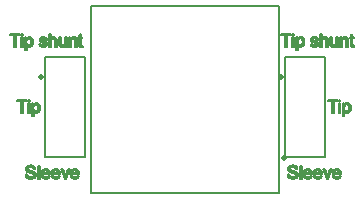
<source format=gto>
%FSLAX33Y33*%
%MOMM*%
%ADD10C,0.15*%
%ADD11C,0.5*%
%ADD12C,0.2032*%
D10*
%LNtop silkscreen_traces*%
%LNtop silkscreen component 6f57667d5efb9778*%
G01*
X3614Y11982D02*
X7004Y11982D01*
X3614Y11982D02*
X3614Y3512D01*
X7004Y3512*
X7004Y11982*
D11*
X3289Y10287D03*
%LNtop silkscreen component cc9a2f13d63439af*%
D10*
X7519Y0397D02*
X7519Y16297D01*
X23419Y16297*
X23419Y0397*
X7519Y0397*
D11*
X23869Y3422D03*
%LNtop silkscreen component 4c9a1d35790a009b*%
D10*
X23934Y11982D02*
X27324Y11982D01*
X23934Y11982D02*
X23934Y3512D01*
X27324Y3512*
X27324Y11982*
D11*
X23609Y10287D03*
%LNtext*%
D12*
X24136Y13789D02*
X24136Y13789D01*
X24136Y13790*
X24497Y13790*
X24497Y13917*
X23633Y13917*
X23633Y13790*
X23992Y13790*
X23992Y13789*
X23992Y12828*
X24136Y12828*
X24136Y13789*
X24706Y13917D02*
X24706Y13917D01*
X24573Y13917*
X24573Y13764*
X24706Y13764*
X24706Y13917*
X24706Y13617D02*
X24706Y13617D01*
X24573Y13617*
X24573Y12828*
X24706Y12828*
X24706Y13617*
X25043Y12909D02*
X25043Y12909D01*
X25044Y12909*
X25063Y12889*
X25083Y12870*
X25106Y12853*
X25132Y12838*
X25159Y12826*
X25188Y12817*
X25219Y12811*
X25251Y12810*
X25297Y12813*
X25341Y12823*
X25384Y12839*
X25426Y12861*
X25465Y12890*
X25499Y12924*
X25528Y12964*
X25552Y13010*
X25571Y13060*
X25585Y13113*
X25593Y13169*
X25596Y13228*
X25593Y13283*
X25586Y13337*
X25573Y13387*
X25556Y13436*
X25534Y13481*
X25507Y13520*
X25476Y13554*
X25439Y13583*
X25399Y13605*
X25356Y13622*
X25310Y13631*
X25261Y13635*
X25224Y13633*
X25190Y13627*
X25158Y13618*
X25130Y13605*
X25103Y13588*
X25078Y13567*
X25055Y13543*
X25032Y13514*
X25031Y13514*
X25031Y13617*
X24910Y13617*
X24910Y12525*
X25043Y12525*
X25043Y12909*
X25031Y13218D02*
X25031Y13218D01*
X25035Y13146*
X25047Y13085*
X25066Y13034*
X25093Y12992*
X25125Y12960*
X25161Y12938*
X25200Y12924*
X25243Y12919*
X25286Y12924*
X25325Y12938*
X25362Y12962*
X25395Y12995*
X25423Y13038*
X25443Y13091*
X25455Y13155*
X25459Y13229*
X25455Y13300*
X25444Y13361*
X25424Y13413*
X25397Y13455*
X25364Y13488*
X25329Y13511*
X25290Y13526*
X25249Y13530*
X25207Y13525*
X25168Y13510*
X25131Y13485*
X25097Y13450*
X25068Y13406*
X25048Y13352*
X25035Y13289*
X25031Y13218*
X26510Y12812D02*
X26510Y12812D01*
X26553Y12818*
X26594Y12828*
X26632Y12842*
X26666Y12860*
X26697Y12881*
X26723Y12905*
X26744Y12933*
X26761Y12963*
X26773Y12994*
X26781Y13026*
X26783Y13059*
X26781Y13092*
X26775Y13122*
X26765Y13149*
X26751Y13173*
X26734Y13195*
X26713Y13214*
X26690Y13230*
X26663Y13244*
X26630Y13257*
X26586Y13271*
X26531Y13288*
X26465Y13306*
X26465Y13306*
X26421Y13318*
X26421Y13318*
X26386Y13328*
X26386Y13328*
X26362Y13335*
X26362Y13335*
X26347Y13340*
X26347Y13340*
X26330Y13348*
X26330Y13348*
X26316Y13356*
X26316Y13356*
X26305Y13365*
X26304Y13365*
X26295Y13376*
X26295Y13376*
X26288Y13387*
X26288Y13387*
X26283Y13398*
X26283Y13398*
X26280Y13410*
X26280Y13410*
X26279Y13423*
X26279Y13423*
X26281Y13443*
X26281Y13443*
X26289Y13462*
X26289Y13462*
X26301Y13479*
X26301Y13479*
X26318Y13495*
X26318Y13495*
X26341Y13508*
X26341Y13508*
X26371Y13518*
X26371Y13518*
X26407Y13524*
X26407Y13524*
X26450Y13526*
X26450Y13526*
X26487Y13523*
X26487Y13523*
X26520Y13517*
X26520Y13517*
X26548Y13506*
X26548Y13506*
X26572Y13491*
X26572Y13491*
X26591Y13472*
X26591Y13472*
X26606Y13450*
X26606Y13450*
X26617Y13425*
X26617Y13424*
X26623Y13396*
X26753Y13414*
X26746Y13450*
X26736Y13482*
X26723Y13511*
X26707Y13535*
X26688Y13557*
X26665Y13576*
X26637Y13593*
X26604Y13608*
X26567Y13620*
X26528Y13628*
X26486Y13633*
X26441Y13635*
X26410Y13634*
X26381Y13631*
X26352Y13626*
X26325Y13619*
X26300Y13610*
X26277Y13601*
X26257Y13591*
X26240Y13580*
X26220Y13564*
X26203Y13546*
X26187Y13527*
X26174Y13505*
X26164Y13482*
X26156Y13458*
X26152Y13433*
X26150Y13407*
X26152Y13379*
X26157Y13352*
X26167Y13326*
X26179Y13302*
X26196Y13279*
X26216Y13259*
X26239Y13242*
X26266Y13227*
X26300Y13212*
X26345Y13197*
X26402Y13180*
X26470Y13162*
X26470Y13162*
X26519Y13149*
X26519Y13149*
X26559Y13137*
X26559Y13137*
X26588Y13126*
X26588Y13126*
X26607Y13117*
X26607Y13117*
X26624Y13103*
X26624Y13103*
X26637Y13086*
X26637Y13086*
X26644Y13067*
X26644Y13067*
X26647Y13045*
X26647Y13045*
X26644Y13020*
X26644Y13020*
X26635Y12997*
X26635Y12997*
X26621Y12976*
X26621Y12976*
X26602Y12956*
X26602Y12956*
X26576Y12940*
X26576Y12940*
X26545Y12928*
X26545Y12928*
X26508Y12921*
X26508Y12921*
X26464Y12919*
X26464Y12919*
X26421Y12921*
X26421Y12921*
X26383Y12929*
X26383Y12929*
X26350Y12943*
X26350Y12943*
X26322Y12961*
X26322Y12961*
X26299Y12985*
X26299Y12985*
X26280Y13013*
X26280Y13013*
X26267Y13046*
X26267Y13046*
X26259Y13083*
X26128Y13062*
X26143Y13004*
X26165Y12953*
X26194Y12909*
X26231Y12874*
X26276Y12846*
X26330Y12826*
X26393Y12814*
X26465Y12810*
X26510Y12812*
X27076Y13259D02*
X27076Y13259D01*
X27076Y13259*
X27078Y13303*
X27078Y13303*
X27082Y13342*
X27082Y13342*
X27089Y13376*
X27089Y13376*
X27099Y13405*
X27099Y13405*
X27112Y13430*
X27112Y13431*
X27129Y13453*
X27129Y13453*
X27149Y13472*
X27149Y13473*
X27174Y13489*
X27174Y13489*
X27200Y13503*
X27201Y13503*
X27228Y13513*
X27228Y13513*
X27257Y13518*
X27257Y13518*
X27286Y13520*
X27286Y13520*
X27324Y13517*
X27324Y13517*
X27357Y13509*
X27357Y13509*
X27385Y13494*
X27385Y13494*
X27410Y13474*
X27410Y13474*
X27429Y13448*
X27429Y13448*
X27442Y13415*
X27442Y13415*
X27450Y13375*
X27450Y13375*
X27453Y13328*
X27453Y13328*
X27453Y12828*
X27586Y12828*
X27586Y13328*
X27584Y13382*
X27579Y13430*
X27570Y13471*
X27558Y13505*
X27542Y13533*
X27521Y13559*
X27496Y13581*
X27466Y13600*
X27432Y13615*
X27395Y13626*
X27356Y13632*
X27314Y13635*
X27245Y13628*
X27183Y13608*
X27127Y13574*
X27077Y13526*
X27076Y13526*
X27076Y13917*
X26943Y13917*
X26943Y12828*
X27076Y12828*
X27076Y13259*
X28133Y12818D02*
X28133Y12818D01*
X28199Y12843*
X28258Y12885*
X28308Y12944*
X28309Y12943*
X28309Y12828*
X28428Y12828*
X28428Y13617*
X28295Y13617*
X28295Y13194*
X28295Y13194*
X28293Y13146*
X28293Y13146*
X28289Y13105*
X28289Y13105*
X28282Y13069*
X28282Y13069*
X28273Y13039*
X28273Y13039*
X28260Y13014*
X28260Y13014*
X28243Y12992*
X28243Y12991*
X28222Y12972*
X28222Y12972*
X28198Y12955*
X28198Y12955*
X28171Y12941*
X28171Y12941*
X28143Y12932*
X28143Y12932*
X28114Y12926*
X28114Y12926*
X28084Y12924*
X28084Y12924*
X28055Y12926*
X28055Y12926*
X28029Y12932*
X28029Y12932*
X28005Y12941*
X28005Y12941*
X27983Y12954*
X27983Y12954*
X27964Y12971*
X27964Y12971*
X27949Y12990*
X27949Y12990*
X27937Y13012*
X27937Y13012*
X27929Y13037*
X27929Y13037*
X27926Y13060*
X27926Y13060*
X27923Y13091*
X27923Y13091*
X27922Y13131*
X27922Y13131*
X27921Y13179*
X27921Y13179*
X27921Y13617*
X27788Y13617*
X27788Y13128*
X27789Y13088*
X27790Y13054*
X27793Y13025*
X27796Y13003*
X27803Y12975*
X27812Y12949*
X27824Y12925*
X27837Y12904*
X27854Y12884*
X27875Y12867*
X27899Y12851*
X27927Y12836*
X27958Y12825*
X27990Y12816*
X28023Y12811*
X28058Y12810*
X28133Y12818*
X28772Y13259D02*
X28772Y13259D01*
X28772Y13259*
X28775Y13328*
X28775Y13328*
X28787Y13386*
X28787Y13386*
X28807Y13432*
X28807Y13432*
X28834Y13465*
X28834Y13465*
X28866Y13489*
X28867Y13489*
X28902Y13506*
X28902Y13506*
X28940Y13516*
X28941Y13516*
X28982Y13520*
X28982Y13520*
X29008Y13518*
X29008Y13518*
X29032Y13514*
X29032Y13513*
X29055Y13506*
X29055Y13506*
X29076Y13495*
X29076Y13495*
X29094Y13482*
X29094Y13482*
X29109Y13467*
X29109Y13467*
X29122Y13450*
X29122Y13450*
X29131Y13430*
X29131Y13430*
X29138Y13407*
X29138Y13407*
X29143Y13379*
X29143Y13379*
X29146Y13346*
X29146Y13346*
X29147Y13308*
X29147Y13308*
X29147Y12828*
X29280Y12828*
X29280Y13313*
X29279Y13356*
X29278Y13392*
X29276Y13421*
X29272Y13443*
X29265Y13471*
X29256Y13496*
X29245Y13520*
X29231Y13542*
X29214Y13562*
X29194Y13579*
X29169Y13595*
X29141Y13609*
X29111Y13620*
X29079Y13628*
X29045Y13633*
X29010Y13635*
X28933Y13626*
X28865Y13602*
X28807Y13562*
X28759Y13504*
X28758Y13505*
X28758Y13617*
X28639Y13617*
X28639Y12828*
X28772Y12828*
X28772Y13259*
X29719Y12818D02*
X29719Y12818D01*
X29744Y12820*
X29770Y12824*
X29797Y12829*
X29778Y12946*
X29761Y12944*
X29761Y12944*
X29745Y12942*
X29745Y12942*
X29731Y12941*
X29731Y12941*
X29719Y12941*
X29719Y12941*
X29705Y12942*
X29705Y12942*
X29693Y12944*
X29693Y12944*
X29682Y12947*
X29682Y12947*
X29673Y12951*
X29673Y12951*
X29666Y12956*
X29666Y12956*
X29659Y12962*
X29659Y12962*
X29654Y12969*
X29654Y12969*
X29650Y12977*
X29650Y12977*
X29647Y12988*
X29647Y12988*
X29645Y13004*
X29645Y13004*
X29643Y13025*
X29643Y13025*
X29643Y13051*
X29643Y13051*
X29643Y13513*
X29643Y13514*
X29778Y13514*
X29778Y13617*
X29643Y13617*
X29643Y13617*
X29643Y13892*
X29511Y13813*
X29511Y13617*
X29510Y13617*
X29413Y13617*
X29413Y13514*
X29510Y13514*
X29511Y13513*
X29511Y13058*
X29512Y13003*
X29515Y12959*
X29520Y12924*
X29527Y12900*
X29537Y12883*
X29549Y12867*
X29565Y12852*
X29583Y12840*
X29606Y12830*
X29632Y12823*
X29662Y12819*
X29696Y12817*
X29719Y12818*
X1160Y13789D02*
X1160Y13789D01*
X1160Y13790*
X1520Y13790*
X1520Y13917*
X0657Y13917*
X0657Y13790*
X1016Y13790*
X1016Y13789*
X1016Y12828*
X1160Y12828*
X1160Y13789*
X1729Y13917D02*
X1729Y13917D01*
X1597Y13917*
X1597Y13764*
X1729Y13764*
X1729Y13917*
X1729Y13617D02*
X1729Y13617D01*
X1597Y13617*
X1597Y12828*
X1729Y12828*
X1729Y13617*
X2067Y12909D02*
X2067Y12909D01*
X2068Y12909*
X2086Y12889*
X2107Y12870*
X2130Y12853*
X2155Y12838*
X2183Y12826*
X2212Y12817*
X2243Y12811*
X2275Y12810*
X2321Y12813*
X2365Y12823*
X2408Y12839*
X2450Y12861*
X2489Y12890*
X2523Y12924*
X2552Y12964*
X2576Y13010*
X2595Y13060*
X2609Y13113*
X2617Y13169*
X2619Y13228*
X2617Y13283*
X2610Y13337*
X2597Y13387*
X2580Y13436*
X2558Y13481*
X2531Y13520*
X2500Y13554*
X2463Y13583*
X2423Y13605*
X2380Y13622*
X2334Y13631*
X2285Y13635*
X2248Y13633*
X2214Y13627*
X2182Y13618*
X2154Y13605*
X2127Y13588*
X2102Y13567*
X2079Y13543*
X2056Y13514*
X2055Y13514*
X2055Y13617*
X1934Y13617*
X1934Y12525*
X2067Y12525*
X2067Y12909*
X2055Y13218D02*
X2055Y13218D01*
X2059Y13146*
X2071Y13085*
X2090Y13034*
X2117Y12992*
X2149Y12960*
X2185Y12938*
X2224Y12924*
X2266Y12919*
X2310Y12924*
X2349Y12938*
X2386Y12962*
X2419Y12995*
X2447Y13038*
X2467Y13091*
X2479Y13155*
X2483Y13229*
X2479Y13300*
X2467Y13361*
X2448Y13413*
X2421Y13455*
X2388Y13488*
X2353Y13511*
X2314Y13526*
X2272Y13530*
X2231Y13525*
X2192Y13510*
X2155Y13485*
X2121Y13450*
X2092Y13406*
X2072Y13352*
X2059Y13289*
X2055Y13218*
X3534Y12812D02*
X3534Y12812D01*
X3577Y12818*
X3618Y12828*
X3656Y12842*
X3690Y12860*
X3720Y12881*
X3746Y12905*
X3768Y12933*
X3785Y12963*
X3797Y12994*
X3805Y13026*
X3807Y13059*
X3805Y13092*
X3799Y13122*
X3789Y13149*
X3775Y13173*
X3758Y13195*
X3737Y13214*
X3714Y13230*
X3687Y13244*
X3654Y13257*
X3610Y13271*
X3555Y13288*
X3489Y13306*
X3489Y13306*
X3445Y13318*
X3445Y13318*
X3410Y13328*
X3410Y13328*
X3386Y13335*
X3386Y13335*
X3371Y13340*
X3371Y13340*
X3354Y13348*
X3354Y13348*
X3340Y13356*
X3340Y13356*
X3328Y13365*
X3328Y13365*
X3319Y13376*
X3319Y13376*
X3312Y13387*
X3312Y13387*
X3307Y13398*
X3307Y13398*
X3304Y13410*
X3304Y13410*
X3303Y13423*
X3303Y13423*
X3305Y13443*
X3305Y13443*
X3312Y13462*
X3313Y13462*
X3325Y13479*
X3325Y13479*
X3342Y13495*
X3342Y13495*
X3365Y13508*
X3365Y13508*
X3395Y13518*
X3395Y13518*
X3431Y13524*
X3431Y13524*
X3474Y13526*
X3474Y13526*
X3511Y13523*
X3511Y13523*
X3544Y13517*
X3544Y13517*
X3572Y13506*
X3572Y13506*
X3595Y13491*
X3595Y13491*
X3615Y13472*
X3615Y13472*
X3630Y13450*
X3630Y13450*
X3641Y13425*
X3641Y13424*
X3647Y13396*
X3777Y13414*
X3770Y13450*
X3760Y13482*
X3747Y13511*
X3731Y13535*
X3712Y13557*
X3689Y13576*
X3661Y13593*
X3628Y13608*
X3591Y13620*
X3552Y13628*
X3510Y13633*
X3465Y13635*
X3434Y13634*
X3405Y13631*
X3376Y13626*
X3349Y13619*
X3323Y13610*
X3301Y13601*
X3281Y13591*
X3264Y13580*
X3244Y13564*
X3227Y13546*
X3211Y13527*
X3198Y13505*
X3188Y13482*
X3180Y13458*
X3176Y13433*
X3174Y13407*
X3176Y13379*
X3181Y13352*
X3191Y13326*
X3203Y13302*
X3220Y13279*
X3240Y13259*
X3263Y13242*
X3290Y13227*
X3324Y13212*
X3369Y13197*
X3426Y13180*
X3494Y13162*
X3494Y13162*
X3543Y13149*
X3543Y13149*
X3583Y13137*
X3583Y13137*
X3612Y13126*
X3612Y13126*
X3631Y13117*
X3631Y13117*
X3648Y13103*
X3648Y13103*
X3661Y13086*
X3661Y13086*
X3668Y13067*
X3668Y13067*
X3670Y13045*
X3670Y13045*
X3668Y13020*
X3668Y13020*
X3659Y12997*
X3659Y12997*
X3645Y12976*
X3645Y12976*
X3626Y12956*
X3626Y12956*
X3600Y12940*
X3600Y12940*
X3569Y12928*
X3569Y12928*
X3532Y12921*
X3532Y12921*
X3488Y12919*
X3488Y12919*
X3445Y12921*
X3445Y12921*
X3407Y12929*
X3407Y12929*
X3374Y12943*
X3374Y12943*
X3346Y12961*
X3346Y12961*
X3322Y12985*
X3322Y12985*
X3304Y13013*
X3304Y13013*
X3291Y13046*
X3291Y13046*
X3283Y13083*
X3152Y13062*
X3167Y13004*
X3189Y12953*
X3218Y12909*
X3255Y12874*
X3300Y12846*
X3354Y12826*
X3417Y12814*
X3489Y12810*
X3534Y12812*
X4100Y13259D02*
X4100Y13259D01*
X4100Y13259*
X4102Y13303*
X4102Y13303*
X4106Y13342*
X4106Y13342*
X4113Y13376*
X4113Y13376*
X4123Y13405*
X4123Y13405*
X4136Y13430*
X4136Y13431*
X4153Y13453*
X4153Y13453*
X4173Y13472*
X4173Y13473*
X4198Y13489*
X4198Y13489*
X4224Y13503*
X4224Y13503*
X4252Y13513*
X4252Y13513*
X4281Y13518*
X4281Y13518*
X4310Y13520*
X4310Y13520*
X4348Y13517*
X4348Y13517*
X4381Y13509*
X4381Y13509*
X4409Y13494*
X4409Y13494*
X4433Y13474*
X4433Y13474*
X4453Y13448*
X4453Y13448*
X4466Y13415*
X4466Y13415*
X4474Y13375*
X4474Y13375*
X4477Y13328*
X4477Y13328*
X4477Y12828*
X4610Y12828*
X4610Y13328*
X4608Y13382*
X4603Y13430*
X4594Y13471*
X4582Y13505*
X4566Y13533*
X4545Y13559*
X4520Y13581*
X4490Y13600*
X4456Y13615*
X4419Y13626*
X4380Y13632*
X4337Y13635*
X4269Y13628*
X4207Y13608*
X4151Y13574*
X4101Y13526*
X4100Y13526*
X4100Y13917*
X3967Y13917*
X3967Y12828*
X4100Y12828*
X4100Y13259*
X5157Y12818D02*
X5157Y12818D01*
X5223Y12843*
X5282Y12885*
X5332Y12944*
X5333Y12943*
X5333Y12828*
X5452Y12828*
X5452Y13617*
X5319Y13617*
X5319Y13194*
X5319Y13194*
X5317Y13146*
X5317Y13146*
X5313Y13105*
X5313Y13105*
X5306Y13069*
X5306Y13069*
X5297Y13039*
X5297Y13039*
X5284Y13014*
X5284Y13014*
X5267Y12992*
X5267Y12991*
X5246Y12972*
X5246Y12972*
X5222Y12955*
X5222Y12955*
X5195Y12941*
X5195Y12941*
X5167Y12932*
X5167Y12932*
X5138Y12926*
X5138Y12926*
X5108Y12924*
X5108Y12924*
X5079Y12926*
X5079Y12926*
X5053Y12932*
X5053Y12932*
X5029Y12941*
X5029Y12941*
X5007Y12954*
X5007Y12954*
X4988Y12971*
X4988Y12971*
X4973Y12990*
X4973Y12990*
X4961Y13012*
X4961Y13012*
X4953Y13037*
X4953Y13037*
X4950Y13060*
X4950Y13060*
X4947Y13091*
X4947Y13091*
X4945Y13131*
X4945Y13131*
X4945Y13179*
X4945Y13179*
X4945Y13617*
X4812Y13617*
X4812Y13128*
X4813Y13088*
X4814Y13054*
X4817Y13025*
X4820Y13003*
X4827Y12975*
X4836Y12949*
X4848Y12925*
X4861Y12904*
X4878Y12884*
X4899Y12867*
X4923Y12851*
X4951Y12836*
X4982Y12825*
X5014Y12816*
X5047Y12811*
X5082Y12810*
X5157Y12818*
X5796Y13259D02*
X5796Y13259D01*
X5796Y13259*
X5799Y13328*
X5799Y13328*
X5811Y13386*
X5811Y13386*
X5831Y13432*
X5831Y13432*
X5858Y13465*
X5858Y13465*
X5890Y13489*
X5890Y13489*
X5926Y13506*
X5926Y13506*
X5964Y13516*
X5964Y13516*
X6006Y13520*
X6006Y13520*
X6032Y13518*
X6032Y13518*
X6056Y13514*
X6056Y13513*
X6079Y13506*
X6079Y13506*
X6099Y13495*
X6100Y13495*
X6118Y13482*
X6118Y13482*
X6133Y13467*
X6133Y13467*
X6146Y13450*
X6146Y13450*
X6155Y13430*
X6155Y13430*
X6162Y13407*
X6162Y13407*
X6167Y13379*
X6167Y13379*
X6170Y13346*
X6170Y13346*
X6171Y13308*
X6171Y13308*
X6171Y12828*
X6304Y12828*
X6304Y13313*
X6303Y13356*
X6302Y13392*
X6300Y13421*
X6296Y13443*
X6289Y13471*
X6280Y13496*
X6268Y13520*
X6255Y13542*
X6238Y13562*
X6218Y13579*
X6193Y13595*
X6165Y13609*
X6135Y13620*
X6103Y13628*
X6069Y13633*
X6034Y13635*
X5957Y13626*
X5889Y13602*
X5831Y13562*
X5783Y13504*
X5782Y13505*
X5782Y13617*
X5663Y13617*
X5663Y12828*
X5796Y12828*
X5796Y13259*
X6743Y12818D02*
X6743Y12818D01*
X6768Y12820*
X6794Y12824*
X6821Y12829*
X6802Y12946*
X6785Y12944*
X6785Y12944*
X6769Y12942*
X6769Y12942*
X6755Y12941*
X6755Y12941*
X6743Y12941*
X6743Y12941*
X6729Y12942*
X6729Y12942*
X6717Y12944*
X6717Y12944*
X6706Y12947*
X6706Y12947*
X6697Y12951*
X6697Y12951*
X6690Y12956*
X6690Y12956*
X6683Y12962*
X6683Y12962*
X6678Y12969*
X6678Y12969*
X6674Y12977*
X6674Y12977*
X6671Y12988*
X6671Y12988*
X6669Y13004*
X6669Y13004*
X6667Y13025*
X6667Y13025*
X6667Y13051*
X6667Y13051*
X6667Y13513*
X6667Y13514*
X6802Y13514*
X6802Y13617*
X6667Y13617*
X6667Y13617*
X6667Y13892*
X6535Y13813*
X6535Y13617*
X6534Y13617*
X6436Y13617*
X6436Y13514*
X6534Y13514*
X6535Y13513*
X6535Y13058*
X6536Y13003*
X6539Y12959*
X6544Y12924*
X6551Y12900*
X6561Y12883*
X6573Y12867*
X6589Y12852*
X6607Y12840*
X6629Y12830*
X6656Y12823*
X6686Y12819*
X6720Y12817*
X6743Y12818*
X24695Y1636D02*
X24695Y1636D01*
X24749Y1644*
X24800Y1657*
X24848Y1676*
X24892Y1699*
X24931Y1727*
X24964Y1759*
X24991Y1795*
X25013Y1834*
X25029Y1875*
X25038Y1916*
X25041Y1959*
X25038Y2002*
X25030Y2042*
X25015Y2079*
X24996Y2114*
X24970Y2146*
X24938Y2175*
X24900Y2202*
X24855Y2225*
X24816Y2241*
X24762Y2257*
X24695Y2275*
X24614Y2295*
X24614Y2295*
X24534Y2314*
X24534Y2314*
X24471Y2334*
X24471Y2334*
X24425Y2353*
X24425Y2353*
X24396Y2372*
X24396Y2372*
X24377Y2393*
X24377Y2393*
X24364Y2416*
X24364Y2416*
X24356Y2441*
X24356Y2441*
X24353Y2470*
X24353Y2470*
X24357Y2502*
X24357Y2502*
X24368Y2533*
X24368Y2533*
X24387Y2560*
X24387Y2560*
X24413Y2586*
X24414Y2586*
X24448Y2607*
X24448Y2607*
X24491Y2622*
X24491Y2622*
X24544Y2631*
X24544Y2631*
X24605Y2634*
X24605Y2634*
X24664Y2630*
X24664Y2630*
X24715Y2621*
X24715Y2621*
X24759Y2604*
X24759Y2604*
X24795Y2581*
X24795Y2581*
X24824Y2551*
X24824Y2551*
X24846Y2515*
X24846Y2515*
X24862Y2473*
X24862Y2473*
X24871Y2425*
X25008Y2435*
X25003Y2481*
X24993Y2525*
X24977Y2567*
X24955Y2606*
X24927Y2642*
X24894Y2673*
X24856Y2699*
X24812Y2721*
X24764Y2738*
X24713Y2750*
X24658Y2758*
X24599Y2760*
X24545Y2758*
X24494Y2751*
X24445Y2739*
X24399Y2723*
X24356Y2702*
X24320Y2677*
X24288Y2648*
X24262Y2614*
X24242Y2577*
X24227Y2540*
X24218Y2500*
X24215Y2460*
X24218Y2423*
X24225Y2388*
X24237Y2356*
X24253Y2324*
X24275Y2295*
X24302Y2269*
X24333Y2245*
X24370Y2223*
X24405Y2207*
X24452Y2190*
X24511Y2173*
X24580Y2155*
X24649Y2138*
X24649Y2138*
X24704Y2124*
X24704Y2124*
X24746Y2111*
X24746Y2111*
X24774Y2102*
X24775Y2102*
X24806Y2088*
X24806Y2088*
X24833Y2073*
X24833Y2073*
X24856Y2056*
X24856Y2056*
X24873Y2037*
X24873Y2037*
X24886Y2017*
X24886Y2017*
X24895Y1995*
X24895Y1995*
X24901Y1972*
X24901Y1972*
X24903Y1947*
X24903Y1947*
X24901Y1922*
X24901Y1922*
X24895Y1898*
X24895Y1898*
X24885Y1875*
X24885Y1875*
X24872Y1853*
X24872Y1853*
X24854Y1833*
X24854Y1833*
X24833Y1815*
X24833Y1815*
X24807Y1799*
X24807Y1799*
X24777Y1786*
X24777Y1786*
X24745Y1775*
X24745Y1775*
X24709Y1768*
X24709Y1768*
X24672Y1763*
X24672Y1763*
X24631Y1761*
X24631Y1761*
X24586Y1763*
X24586Y1763*
X24543Y1769*
X24543Y1769*
X24502Y1780*
X24502Y1780*
X24464Y1794*
X24464Y1794*
X24429Y1811*
X24429Y1811*
X24399Y1831*
X24399Y1831*
X24374Y1854*
X24374Y1854*
X24354Y1879*
X24354Y1879*
X24338Y1907*
X24338Y1907*
X24325Y1939*
X24325Y1939*
X24315Y1974*
X24315Y1974*
X24309Y2013*
X24174Y2001*
X24178Y1948*
X24190Y1898*
X24208Y1850*
X24233Y1806*
X24265Y1765*
X24301Y1730*
X24343Y1700*
X24390Y1676*
X24443Y1657*
X24502Y1644*
X24567Y1636*
X24638Y1633*
X24695Y1636*
X25352Y2741D02*
X25352Y2741D01*
X25219Y2741*
X25219Y1652*
X25352Y1652*
X25352Y2741*
X25958Y1638D02*
X25958Y1638D01*
X26017Y1650*
X26071Y1671*
X26118Y1701*
X26159Y1737*
X26192Y1781*
X26219Y1831*
X26239Y1888*
X26101Y1905*
X26085Y1866*
X26085Y1866*
X26066Y1832*
X26066Y1832*
X26044Y1804*
X26044Y1804*
X26019Y1782*
X26019Y1782*
X25991Y1765*
X25991Y1765*
X25961Y1752*
X25961Y1752*
X25928Y1745*
X25928Y1745*
X25893Y1743*
X25893Y1743*
X25845Y1747*
X25845Y1747*
X25802Y1760*
X25802Y1760*
X25762Y1782*
X25762Y1782*
X25727Y1812*
X25727Y1812*
X25698Y1851*
X25698Y1851*
X25676Y1897*
X25676Y1897*
X25661Y1950*
X25661Y1951*
X25653Y2012*
X25654Y2012*
X26243Y2012*
X26243Y2023*
X26243Y2033*
X26243Y2041*
X26243Y2048*
X26237Y2140*
X26218Y2221*
X26187Y2292*
X26143Y2351*
X26089Y2398*
X26028Y2432*
X25960Y2452*
X25885Y2459*
X25807Y2452*
X25736Y2431*
X25674Y2397*
X25619Y2349*
X25574Y2288*
X25542Y2216*
X25522Y2133*
X25516Y2039*
X25522Y1949*
X25541Y1868*
X25573Y1799*
X25617Y1740*
X25673Y1694*
X25737Y1660*
X25810Y1640*
X25892Y1634*
X25958Y1638*
X25661Y2122D02*
X25661Y2122D01*
X26103Y2122*
X26096Y2169*
X26085Y2209*
X26071Y2244*
X26052Y2272*
X26018Y2305*
X25979Y2330*
X25935Y2344*
X25886Y2349*
X25842Y2345*
X25801Y2334*
X25764Y2314*
X25731Y2287*
X25703Y2254*
X25682Y2215*
X25668Y2171*
X25661Y2122*
X26805Y1638D02*
X26805Y1638D01*
X26865Y1650*
X26918Y1671*
X26966Y1701*
X27006Y1737*
X27040Y1781*
X27067Y1831*
X27086Y1888*
X26949Y1905*
X26933Y1866*
X26933Y1866*
X26913Y1832*
X26913Y1832*
X26891Y1804*
X26891Y1804*
X26866Y1782*
X26866Y1782*
X26839Y1765*
X26839Y1765*
X26809Y1752*
X26809Y1752*
X26776Y1745*
X26776Y1745*
X26740Y1743*
X26740Y1743*
X26693Y1747*
X26693Y1747*
X26649Y1760*
X26649Y1760*
X26610Y1782*
X26610Y1782*
X26575Y1812*
X26575Y1812*
X26545Y1851*
X26545Y1851*
X26523Y1897*
X26523Y1897*
X26508Y1950*
X26508Y1951*
X26501Y2012*
X26501Y2012*
X27090Y2012*
X27091Y2023*
X27091Y2033*
X27091Y2041*
X27091Y2048*
X27085Y2140*
X27066Y2221*
X27035Y2292*
X26991Y2351*
X26937Y2398*
X26876Y2432*
X26808Y2452*
X26732Y2459*
X26654Y2452*
X26584Y2431*
X26521Y2397*
X26466Y2349*
X26421Y2288*
X26389Y2216*
X26370Y2133*
X26364Y2039*
X26370Y1949*
X26389Y1868*
X26421Y1799*
X26465Y1740*
X26520Y1694*
X26584Y1660*
X26657Y1640*
X26740Y1634*
X26805Y1638*
X26509Y2122D02*
X26509Y2122D01*
X26950Y2122*
X26944Y2169*
X26933Y2209*
X26918Y2244*
X26900Y2272*
X26865Y2305*
X26826Y2330*
X26782Y2344*
X26734Y2349*
X26689Y2345*
X26649Y2334*
X26612Y2314*
X26578Y2287*
X26551Y2254*
X26530Y2215*
X26516Y2171*
X26509Y2122*
X27898Y2441D02*
X27898Y2441D01*
X27762Y2441*
X27586Y1959*
X27571Y1917*
X27558Y1877*
X27546Y1841*
X27536Y1808*
X27535Y1808*
X27524Y1850*
X27511Y1890*
X27498Y1929*
X27485Y1968*
X27315Y2441*
X27175Y2441*
X27475Y1652*
X27599Y1652*
X27898Y2441*
X28415Y1638D02*
X28415Y1638D01*
X28474Y1650*
X28528Y1671*
X28575Y1701*
X28616Y1737*
X28650Y1781*
X28676Y1831*
X28696Y1888*
X28559Y1905*
X28542Y1866*
X28542Y1866*
X28523Y1832*
X28523Y1832*
X28501Y1804*
X28501Y1804*
X28476Y1782*
X28476Y1782*
X28449Y1765*
X28449Y1765*
X28418Y1752*
X28418Y1752*
X28386Y1745*
X28386Y1745*
X28350Y1743*
X28350Y1743*
X28302Y1747*
X28302Y1747*
X28259Y1760*
X28259Y1760*
X28220Y1782*
X28220Y1782*
X28184Y1812*
X28184Y1812*
X28155Y1851*
X28155Y1851*
X28133Y1897*
X28133Y1897*
X28118Y1950*
X28118Y1951*
X28111Y2012*
X28111Y2012*
X28700Y2012*
X28700Y2023*
X28701Y2033*
X28701Y2041*
X28701Y2048*
X28694Y2140*
X28676Y2221*
X28644Y2292*
X28600Y2351*
X28547Y2398*
X28486Y2432*
X28417Y2452*
X28342Y2459*
X28264Y2452*
X28194Y2431*
X28131Y2397*
X28076Y2349*
X28031Y2288*
X27999Y2216*
X27980Y2133*
X27973Y2039*
X27980Y1949*
X27999Y1868*
X28030Y1799*
X28075Y1740*
X28130Y1694*
X28194Y1660*
X28267Y1640*
X28349Y1634*
X28415Y1638*
X28119Y2122D02*
X28119Y2122D01*
X28560Y2122*
X28553Y2169*
X28543Y2209*
X28528Y2244*
X28509Y2272*
X28475Y2305*
X28436Y2330*
X28392Y2344*
X28343Y2349*
X28299Y2345*
X28258Y2334*
X28221Y2314*
X28188Y2287*
X28160Y2254*
X28139Y2215*
X28125Y2171*
X28119Y2122*
X1755Y8201D02*
X1755Y8201D01*
X1755Y8202*
X2116Y8202*
X2116Y8329*
X1252Y8329*
X1252Y8202*
X1612Y8202*
X1612Y8201*
X1612Y7240*
X1755Y7240*
X1755Y8201*
X2325Y8329D02*
X2325Y8329D01*
X2192Y8329*
X2192Y8176*
X2325Y8176*
X2325Y8329*
X2325Y8029D02*
X2325Y8029D01*
X2192Y8029*
X2192Y7240*
X2325Y7240*
X2325Y8029*
X2663Y7321D02*
X2663Y7321D01*
X2664Y7321*
X2682Y7301*
X2703Y7282*
X2726Y7265*
X2751Y7250*
X2778Y7238*
X2808Y7229*
X2838Y7223*
X2871Y7222*
X2916Y7225*
X2960Y7235*
X3003Y7251*
X3045Y7273*
X3084Y7302*
X3118Y7336*
X3147Y7376*
X3172Y7422*
X3191Y7472*
X3204Y7525*
X3212Y7581*
X3215Y7640*
X3213Y7695*
X3205Y7749*
X3193Y7799*
X3176Y7848*
X3154Y7893*
X3127Y7932*
X3095Y7966*
X3059Y7995*
X3019Y8017*
X2976Y8034*
X2930Y8043*
X2881Y8047*
X2844Y8045*
X2809Y8039*
X2778Y8030*
X2749Y8017*
X2723Y8000*
X2698Y7979*
X2674Y7955*
X2652Y7926*
X2651Y7926*
X2651Y8029*
X2530Y8029*
X2530Y6937*
X2663Y6937*
X2663Y7321*
X2651Y7630D02*
X2651Y7630D01*
X2655Y7558*
X2666Y7497*
X2686Y7446*
X2713Y7404*
X2745Y7372*
X2781Y7350*
X2820Y7336*
X2862Y7331*
X2905Y7336*
X2945Y7350*
X2982Y7374*
X3015Y7407*
X3043Y7450*
X3063Y7503*
X3075Y7567*
X3079Y7641*
X3075Y7712*
X3063Y7773*
X3044Y7825*
X3017Y7867*
X2984Y7900*
X2948Y7923*
X2910Y7938*
X2868Y7942*
X2826Y7937*
X2787Y7922*
X2751Y7897*
X2717Y7862*
X2688Y7818*
X2667Y7764*
X2655Y7701*
X2651Y7630*
X28073Y8201D02*
X28073Y8201D01*
X28073Y8202*
X28434Y8202*
X28434Y8329*
X27570Y8329*
X27570Y8202*
X27929Y8202*
X27929Y8201*
X27929Y7240*
X28073Y7240*
X28073Y8201*
X28643Y8329D02*
X28643Y8329D01*
X28510Y8329*
X28510Y8176*
X28643Y8176*
X28643Y8329*
X28643Y8029D02*
X28643Y8029D01*
X28510Y8029*
X28510Y7240*
X28643Y7240*
X28643Y8029*
X28980Y7321D02*
X28980Y7321D01*
X28981Y7321*
X29000Y7301*
X29020Y7282*
X29043Y7265*
X29069Y7250*
X29096Y7238*
X29125Y7229*
X29156Y7223*
X29188Y7222*
X29234Y7225*
X29278Y7235*
X29321Y7251*
X29363Y7273*
X29402Y7302*
X29436Y7336*
X29465Y7376*
X29489Y7422*
X29508Y7472*
X29522Y7525*
X29530Y7581*
X29533Y7640*
X29530Y7695*
X29523Y7749*
X29510Y7799*
X29493Y7848*
X29471Y7893*
X29444Y7932*
X29413Y7966*
X29376Y7995*
X29336Y8017*
X29293Y8034*
X29247Y8043*
X29198Y8047*
X29161Y8045*
X29127Y8039*
X29095Y8030*
X29067Y8017*
X29040Y8000*
X29015Y7979*
X28992Y7955*
X28969Y7926*
X28968Y7926*
X28968Y8029*
X28847Y8029*
X28847Y6937*
X28980Y6937*
X28980Y7321*
X28968Y7630D02*
X28968Y7630D01*
X28972Y7558*
X28984Y7497*
X29003Y7446*
X29030Y7404*
X29062Y7372*
X29098Y7350*
X29137Y7336*
X29180Y7331*
X29223Y7336*
X29262Y7350*
X29299Y7374*
X29332Y7407*
X29360Y7450*
X29380Y7503*
X29392Y7567*
X29396Y7641*
X29392Y7712*
X29381Y7773*
X29361Y7825*
X29334Y7867*
X29301Y7900*
X29266Y7923*
X29227Y7938*
X29186Y7942*
X29144Y7937*
X29105Y7922*
X29068Y7897*
X29034Y7862*
X29005Y7818*
X28985Y7764*
X28972Y7701*
X28968Y7630*
X2509Y1636D02*
X2509Y1636D01*
X2563Y1644*
X2614Y1657*
X2662Y1676*
X2706Y1699*
X2745Y1727*
X2778Y1759*
X2805Y1795*
X2827Y1834*
X2843Y1875*
X2852Y1916*
X2855Y1959*
X2852Y2002*
X2844Y2042*
X2830Y2079*
X2810Y2114*
X2784Y2146*
X2752Y2175*
X2714Y2202*
X2669Y2225*
X2630Y2241*
X2576Y2257*
X2509Y2275*
X2428Y2295*
X2428Y2295*
X2348Y2314*
X2348Y2314*
X2286Y2334*
X2285Y2334*
X2239Y2353*
X2239Y2353*
X2210Y2372*
X2210Y2372*
X2191Y2393*
X2191Y2393*
X2178Y2416*
X2178Y2416*
X2170Y2441*
X2170Y2441*
X2168Y2470*
X2168Y2470*
X2171Y2502*
X2171Y2502*
X2183Y2533*
X2183Y2533*
X2201Y2560*
X2201Y2560*
X2228Y2586*
X2228Y2586*
X2262Y2607*
X2262Y2607*
X2305Y2622*
X2305Y2622*
X2358Y2631*
X2358Y2631*
X2419Y2634*
X2419Y2634*
X2478Y2630*
X2478Y2630*
X2529Y2621*
X2529Y2621*
X2573Y2604*
X2573Y2604*
X2609Y2581*
X2609Y2581*
X2638Y2551*
X2638Y2551*
X2660Y2515*
X2660Y2515*
X2676Y2473*
X2676Y2473*
X2685Y2425*
X2822Y2435*
X2818Y2481*
X2807Y2525*
X2791Y2567*
X2769Y2606*
X2741Y2642*
X2708Y2673*
X2670Y2699*
X2627Y2721*
X2579Y2738*
X2527Y2750*
X2472Y2758*
X2413Y2760*
X2359Y2758*
X2308Y2751*
X2259Y2739*
X2213Y2723*
X2171Y2702*
X2134Y2677*
X2102Y2648*
X2076Y2614*
X2056Y2577*
X2041Y2540*
X2032Y2500*
X2029Y2460*
X2032Y2423*
X2039Y2388*
X2051Y2356*
X2068Y2324*
X2089Y2295*
X2116Y2269*
X2147Y2245*
X2184Y2223*
X2220Y2207*
X2267Y2190*
X2325Y2173*
X2394Y2155*
X2463Y2138*
X2463Y2138*
X2518Y2124*
X2518Y2124*
X2560Y2111*
X2560Y2111*
X2589Y2102*
X2589Y2102*
X2620Y2088*
X2621Y2088*
X2648Y2073*
X2648Y2073*
X2670Y2056*
X2670Y2056*
X2687Y2037*
X2687Y2037*
X2700Y2017*
X2700Y2017*
X2709Y1995*
X2709Y1995*
X2715Y1972*
X2715Y1972*
X2717Y1947*
X2717Y1947*
X2715Y1922*
X2715Y1922*
X2709Y1898*
X2709Y1898*
X2700Y1875*
X2700Y1875*
X2686Y1853*
X2686Y1853*
X2668Y1833*
X2668Y1833*
X2647Y1815*
X2647Y1815*
X2621Y1799*
X2621Y1799*
X2592Y1786*
X2592Y1786*
X2559Y1775*
X2559Y1775*
X2523Y1768*
X2523Y1768*
X2486Y1763*
X2486Y1763*
X2446Y1761*
X2446Y1761*
X2400Y1763*
X2400Y1763*
X2357Y1769*
X2357Y1769*
X2316Y1780*
X2316Y1780*
X2278Y1794*
X2278Y1794*
X2243Y1811*
X2243Y1811*
X2213Y1831*
X2213Y1831*
X2188Y1854*
X2188Y1854*
X2168Y1879*
X2168Y1879*
X2152Y1907*
X2152Y1907*
X2139Y1939*
X2139Y1939*
X2129Y1974*
X2129Y1974*
X2123Y2013*
X1988Y2001*
X1993Y1948*
X2004Y1898*
X2022Y1850*
X2048Y1806*
X2079Y1765*
X2115Y1730*
X2157Y1700*
X2204Y1676*
X2257Y1657*
X2316Y1644*
X2381Y1636*
X2452Y1633*
X2509Y1636*
X3166Y2741D02*
X3166Y2741D01*
X3033Y2741*
X3033Y1652*
X3166Y1652*
X3166Y2741*
X3772Y1638D02*
X3772Y1638D01*
X3831Y1650*
X3885Y1671*
X3932Y1701*
X3973Y1737*
X4007Y1781*
X4033Y1831*
X4053Y1888*
X3916Y1905*
X3899Y1866*
X3899Y1866*
X3880Y1832*
X3880Y1832*
X3858Y1804*
X3858Y1804*
X3833Y1782*
X3833Y1782*
X3805Y1765*
X3805Y1765*
X3775Y1752*
X3775Y1752*
X3742Y1745*
X3742Y1745*
X3707Y1743*
X3707Y1743*
X3659Y1747*
X3659Y1747*
X3616Y1760*
X3616Y1760*
X3577Y1782*
X3577Y1782*
X3541Y1812*
X3541Y1812*
X3512Y1851*
X3512Y1851*
X3490Y1897*
X3490Y1897*
X3475Y1950*
X3475Y1951*
X3467Y2012*
X3468Y2012*
X4057Y2012*
X4057Y2023*
X4057Y2033*
X4058Y2041*
X4058Y2048*
X4051Y2140*
X4033Y2221*
X4001Y2292*
X3957Y2351*
X3904Y2398*
X3842Y2432*
X3774Y2452*
X3699Y2459*
X3621Y2452*
X3550Y2431*
X3488Y2397*
X3433Y2349*
X3388Y2288*
X3356Y2216*
X3337Y2133*
X3330Y2039*
X3336Y1949*
X3355Y1868*
X3387Y1799*
X3432Y1740*
X3487Y1694*
X3551Y1660*
X3624Y1640*
X3706Y1634*
X3772Y1638*
X3475Y2122D02*
X3475Y2122D01*
X3917Y2122*
X3910Y2169*
X3900Y2209*
X3885Y2244*
X3866Y2272*
X3832Y2305*
X3793Y2330*
X3749Y2344*
X3700Y2349*
X3656Y2345*
X3615Y2334*
X3578Y2314*
X3545Y2287*
X3517Y2254*
X3496Y2215*
X3482Y2171*
X3475Y2122*
X4619Y1638D02*
X4619Y1638D01*
X4679Y1650*
X4732Y1671*
X4780Y1701*
X4820Y1737*
X4854Y1781*
X4881Y1831*
X4901Y1888*
X4763Y1905*
X4747Y1866*
X4747Y1866*
X4727Y1832*
X4727Y1832*
X4705Y1804*
X4705Y1804*
X4681Y1782*
X4681Y1782*
X4653Y1765*
X4653Y1765*
X4623Y1752*
X4623Y1752*
X4590Y1745*
X4590Y1745*
X4554Y1743*
X4554Y1743*
X4507Y1747*
X4507Y1747*
X4464Y1760*
X4463Y1760*
X4424Y1782*
X4424Y1782*
X4389Y1812*
X4389Y1812*
X4359Y1851*
X4359Y1851*
X4337Y1897*
X4337Y1897*
X4322Y1950*
X4322Y1951*
X4315Y2012*
X4315Y2012*
X4904Y2012*
X4905Y2023*
X4905Y2033*
X4905Y2041*
X4905Y2048*
X4899Y2140*
X4880Y2221*
X4849Y2292*
X4805Y2351*
X4751Y2398*
X4690Y2432*
X4622Y2452*
X4546Y2459*
X4468Y2452*
X4398Y2431*
X4335Y2397*
X4280Y2349*
X4235Y2288*
X4203Y2216*
X4184Y2133*
X4178Y2039*
X4184Y1949*
X4203Y1868*
X4235Y1799*
X4279Y1740*
X4334Y1694*
X4398Y1660*
X4472Y1640*
X4554Y1634*
X4619Y1638*
X4323Y2122D02*
X4323Y2122D01*
X4764Y2122*
X4758Y2169*
X4747Y2209*
X4733Y2244*
X4714Y2272*
X4679Y2305*
X4640Y2330*
X4596Y2344*
X4548Y2349*
X4503Y2345*
X4463Y2334*
X4426Y2314*
X4393Y2287*
X4365Y2254*
X4344Y2215*
X4330Y2171*
X4323Y2122*
X5712Y2441D02*
X5712Y2441D01*
X5576Y2441*
X5400Y1959*
X5385Y1917*
X5372Y1877*
X5360Y1841*
X5350Y1808*
X5350Y1808*
X5338Y1850*
X5325Y1890*
X5312Y1929*
X5299Y1968*
X5129Y2441*
X4989Y2441*
X5289Y1652*
X5414Y1652*
X5712Y2441*
X6229Y1638D02*
X6229Y1638D01*
X6289Y1650*
X6342Y1671*
X6389Y1701*
X6430Y1737*
X6464Y1781*
X6491Y1831*
X6510Y1888*
X6373Y1905*
X6356Y1866*
X6356Y1866*
X6337Y1832*
X6337Y1832*
X6315Y1804*
X6315Y1804*
X6290Y1782*
X6290Y1782*
X6263Y1765*
X6263Y1765*
X6233Y1752*
X6233Y1752*
X6200Y1745*
X6200Y1745*
X6164Y1743*
X6164Y1743*
X6117Y1747*
X6117Y1747*
X6073Y1760*
X6073Y1760*
X6034Y1782*
X6034Y1782*
X5999Y1812*
X5999Y1812*
X5969Y1851*
X5969Y1851*
X5947Y1897*
X5947Y1897*
X5932Y1950*
X5932Y1951*
X5925Y2012*
X5925Y2012*
X6514Y2012*
X6514Y2023*
X6515Y2033*
X6515Y2041*
X6515Y2048*
X6509Y2140*
X6490Y2221*
X6458Y2292*
X6415Y2351*
X6361Y2398*
X6300Y2432*
X6231Y2452*
X6156Y2459*
X6078Y2452*
X6008Y2431*
X5945Y2397*
X5890Y2349*
X5845Y2288*
X5813Y2216*
X5794Y2133*
X5787Y2039*
X5794Y1949*
X5813Y1868*
X5844Y1799*
X5889Y1740*
X5944Y1694*
X6008Y1660*
X6081Y1640*
X6163Y1634*
X6229Y1638*
X5933Y2122D02*
X5933Y2122D01*
X6374Y2122*
X6367Y2169*
X6357Y2209*
X6342Y2244*
X6323Y2272*
X6289Y2305*
X6250Y2330*
X6206Y2344*
X6157Y2349*
X6113Y2345*
X6072Y2334*
X6036Y2314*
X6002Y2287*
X5974Y2254*
X5953Y2215*
X5940Y2171*
X5933Y2122*
M02*
</source>
